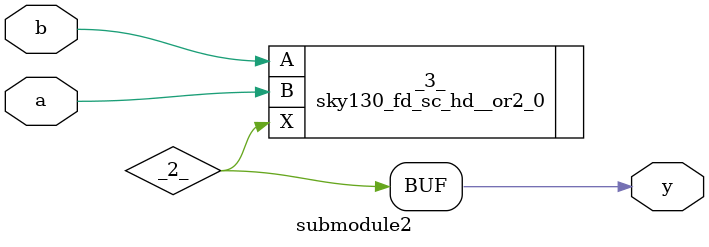
<source format=v>
/* Generated by Yosys 0.32+51 (git sha1 6405bbab1, gcc 12.3.0-1ubuntu1~22.04 -fPIC -Os) */

(* top =  1  *)
(* src = "multiple_modules.v:7.1-11.10" *)
module submodule2(a, b, y);
  (* src = "multiple_modules.v:8.7-8.8" *)
  wire _0_;
  (* src = "multiple_modules.v:8.9-8.10" *)
  wire _1_;
  (* src = "multiple_modules.v:9.8-9.9" *)
  wire _2_;
  (* src = "multiple_modules.v:8.7-8.8" *)
  input a;
  wire a;
  (* src = "multiple_modules.v:8.9-8.10" *)
  input b;
  wire b;
  (* src = "multiple_modules.v:9.8-9.9" *)
  output y;
  wire y;
  sky130_fd_sc_hd__or2_0 _3_ (
    .A(_1_),
    .B(_0_),
    .X(_2_)
  );
  assign _1_ = b;
  assign _0_ = a;
  assign y = _2_;
endmodule

</source>
